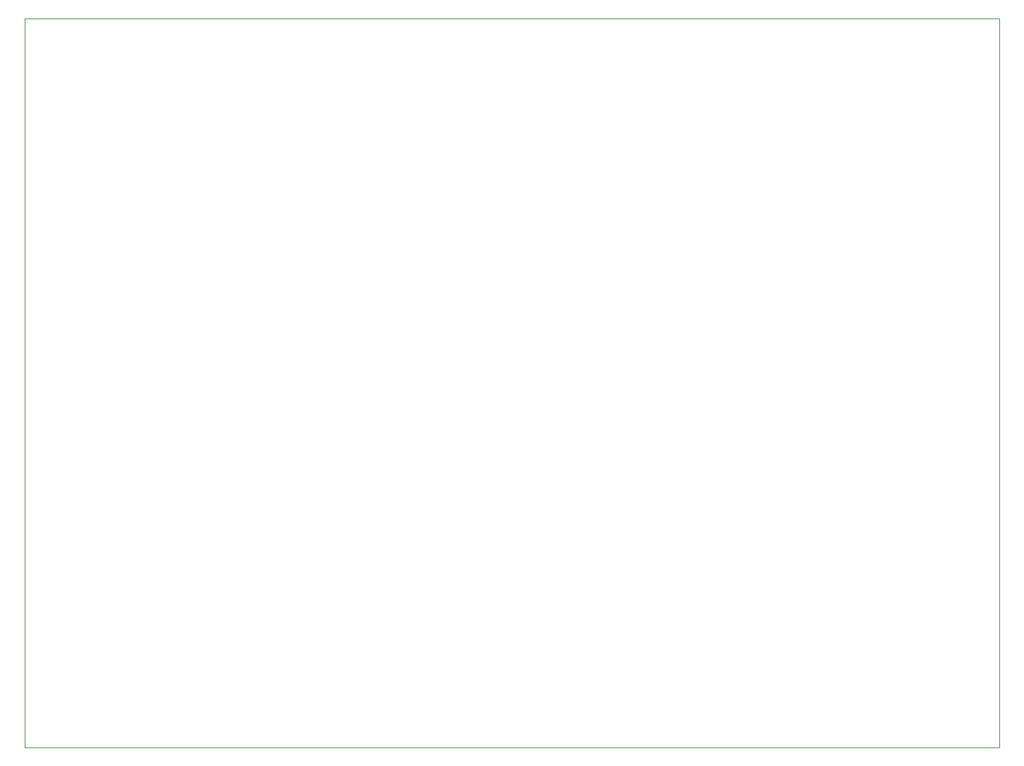
<source format=gbr>
%TF.GenerationSoftware,KiCad,Pcbnew,7.0.5*%
%TF.CreationDate,2023-07-31T13:29:29+02:00*%
%TF.ProjectId,Byaxon_2D_V1,42796178-6f6e-45f3-9244-5f56312e6b69,rev?*%
%TF.SameCoordinates,Original*%
%TF.FileFunction,Profile,NP*%
%FSLAX46Y46*%
G04 Gerber Fmt 4.6, Leading zero omitted, Abs format (unit mm)*
G04 Created by KiCad (PCBNEW 7.0.5) date 2023-07-31 13:29:29*
%MOMM*%
%LPD*%
G01*
G04 APERTURE LIST*
%TA.AperFunction,Profile*%
%ADD10C,0.100000*%
%TD*%
G04 APERTURE END LIST*
D10*
X32500000Y-38250000D02*
X152800000Y-38250000D01*
X152800000Y-128250000D01*
X32500000Y-128250000D01*
X32500000Y-38250000D01*
M02*

</source>
